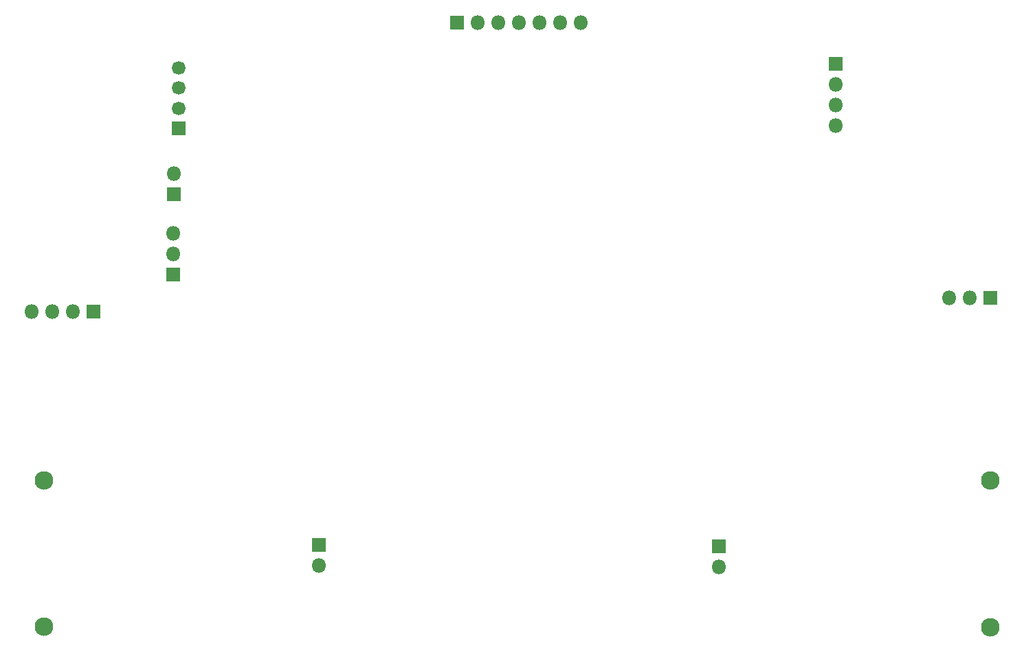
<source format=gbr>
%TF.GenerationSoftware,KiCad,Pcbnew,(5.1.6)-1*%
%TF.CreationDate,2020-09-14T15:10:25-05:00*%
%TF.ProjectId,Follower_Line_PCB_IM,466f6c6c-6f77-4657-925f-4c696e655f50,Iron Makers*%
%TF.SameCoordinates,Original*%
%TF.FileFunction,Soldermask,Bot*%
%TF.FilePolarity,Negative*%
%FSLAX46Y46*%
G04 Gerber Fmt 4.6, Leading zero omitted, Abs format (unit mm)*
G04 Created by KiCad (PCBNEW (5.1.6)-1) date 2020-09-14 15:10:25*
%MOMM*%
%LPD*%
G01*
G04 APERTURE LIST*
%ADD10C,2.300000*%
%ADD11R,1.800000X1.800000*%
%ADD12O,1.800000X1.800000*%
%ADD13C,1.690000*%
%ADD14R,1.690000X1.690000*%
G04 APERTURE END LIST*
D10*
%TO.C,     *%
X195657000Y-131499600D03*
X195657000Y-113440200D03*
%TD*%
%TO.C,     *%
X79093000Y-131419800D03*
X79093000Y-113360400D03*
%TD*%
D11*
%TO.C,ADT1*%
X95030000Y-78060000D03*
D12*
X95030000Y-75520000D03*
%TD*%
D11*
%TO.C,CA1*%
X85170000Y-92550000D03*
D12*
X82630000Y-92550000D03*
X80090000Y-92550000D03*
X77550000Y-92550000D03*
%TD*%
%TO.C,DT1*%
X94990000Y-82920000D03*
X94990000Y-85460000D03*
D11*
X94990000Y-88000000D03*
%TD*%
D12*
%TO.C,IR1*%
X190540000Y-90900000D03*
X193080000Y-90900000D03*
D11*
X195620000Y-90900000D03*
%TD*%
D13*
%TO.C,LIPO_3S1*%
X95620000Y-62480000D03*
X95620000Y-64980000D03*
X95620000Y-67480000D03*
D14*
X95620000Y-69980000D03*
%TD*%
D12*
%TO.C,MA1*%
X112930000Y-123890000D03*
D11*
X112930000Y-121350000D03*
%TD*%
%TO.C,MB1*%
X162220000Y-121520000D03*
D12*
X162220000Y-124060000D03*
%TD*%
%TO.C,S1*%
X145170000Y-56930000D03*
X142630000Y-56930000D03*
X140090000Y-56930000D03*
X137550000Y-56930000D03*
X135010000Y-56930000D03*
X132470000Y-56930000D03*
D11*
X129930000Y-56930000D03*
%TD*%
%TO.C,ST-LINKV2*%
X176600000Y-61980000D03*
D12*
X176600000Y-64520000D03*
X176600000Y-67060000D03*
X176600000Y-69600000D03*
%TD*%
M02*

</source>
